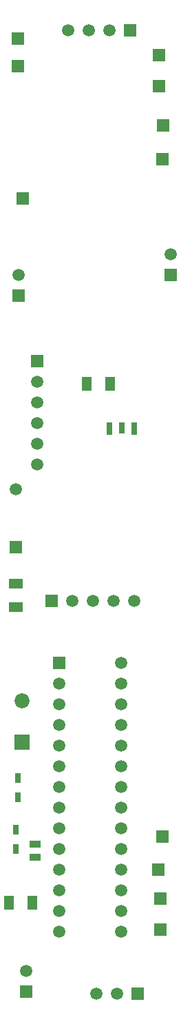
<source format=gbr>
G04 Layer_Color=255*
%FSLAX24Y24*%
%MOIN*%
%TF.FileFunction,Pads,Top*%
%TF.Part,Single*%
G01*
G75*
%TA.AperFunction,SMDPad,CuDef*%
%ADD10R,0.0453X0.0709*%
%ADD11R,0.0532X0.0374*%
%ADD12R,0.0709X0.0453*%
%ADD13R,0.0300X0.0450*%
%ADD14R,0.0276X0.0630*%
%ADD15R,0.0315X0.0551*%
%TA.AperFunction,ComponentPad*%
%ADD17C,0.0591*%
%ADD18R,0.0591X0.0591*%
%ADD19R,0.0591X0.0591*%
%ADD20C,0.0728*%
%ADD21R,0.0728X0.0728*%
D10*
X59729Y65900D02*
D03*
X60871D02*
D03*
X55979Y40800D02*
D03*
X57121D02*
D03*
D11*
X57250Y43615D02*
D03*
Y42985D02*
D03*
D12*
X56300Y55079D02*
D03*
Y56221D02*
D03*
D13*
Y44313D02*
D03*
Y43387D02*
D03*
X56400Y46813D02*
D03*
Y45887D02*
D03*
D14*
X60859Y63730D02*
D03*
X62041D02*
D03*
D15*
X61450Y63769D02*
D03*
D17*
X56800Y37500D02*
D03*
X57350Y62000D02*
D03*
Y63000D02*
D03*
Y64000D02*
D03*
Y65000D02*
D03*
Y66000D02*
D03*
X61400Y39400D02*
D03*
Y40400D02*
D03*
Y41400D02*
D03*
Y42400D02*
D03*
Y43400D02*
D03*
Y44400D02*
D03*
Y45400D02*
D03*
Y46400D02*
D03*
Y47400D02*
D03*
Y48400D02*
D03*
Y49400D02*
D03*
Y50400D02*
D03*
Y51400D02*
D03*
Y52400D02*
D03*
X58400Y39400D02*
D03*
Y40400D02*
D03*
Y41400D02*
D03*
Y42400D02*
D03*
Y43400D02*
D03*
Y44400D02*
D03*
Y45400D02*
D03*
Y46400D02*
D03*
Y47400D02*
D03*
Y48400D02*
D03*
Y49400D02*
D03*
Y50400D02*
D03*
Y51400D02*
D03*
X59050Y55400D02*
D03*
X60050D02*
D03*
X61050D02*
D03*
X62050D02*
D03*
X56300Y60798D02*
D03*
X56450Y71150D02*
D03*
X63800Y72150D02*
D03*
X60850Y83000D02*
D03*
X59850D02*
D03*
X58850D02*
D03*
X60200Y36400D02*
D03*
X61200D02*
D03*
D18*
X56800Y36500D02*
D03*
X57350Y67000D02*
D03*
X63400Y44000D02*
D03*
X63200Y42400D02*
D03*
X63300Y41000D02*
D03*
Y39500D02*
D03*
X63250Y80300D02*
D03*
X56400Y81250D02*
D03*
X63250Y81800D02*
D03*
X56300Y58002D02*
D03*
X63450Y78400D02*
D03*
X63400Y76750D02*
D03*
X56450Y70150D02*
D03*
X63800Y71150D02*
D03*
X56400Y82600D02*
D03*
D19*
X58400Y52400D02*
D03*
X58050Y55400D02*
D03*
X56650Y74850D02*
D03*
X61850Y83000D02*
D03*
X62200Y36400D02*
D03*
D20*
X56600Y50550D02*
D03*
D21*
Y48550D02*
D03*
%TF.MD5,2B303FFB10B3DA5AD6D1329ABBD391B5*%
M02*

</source>
